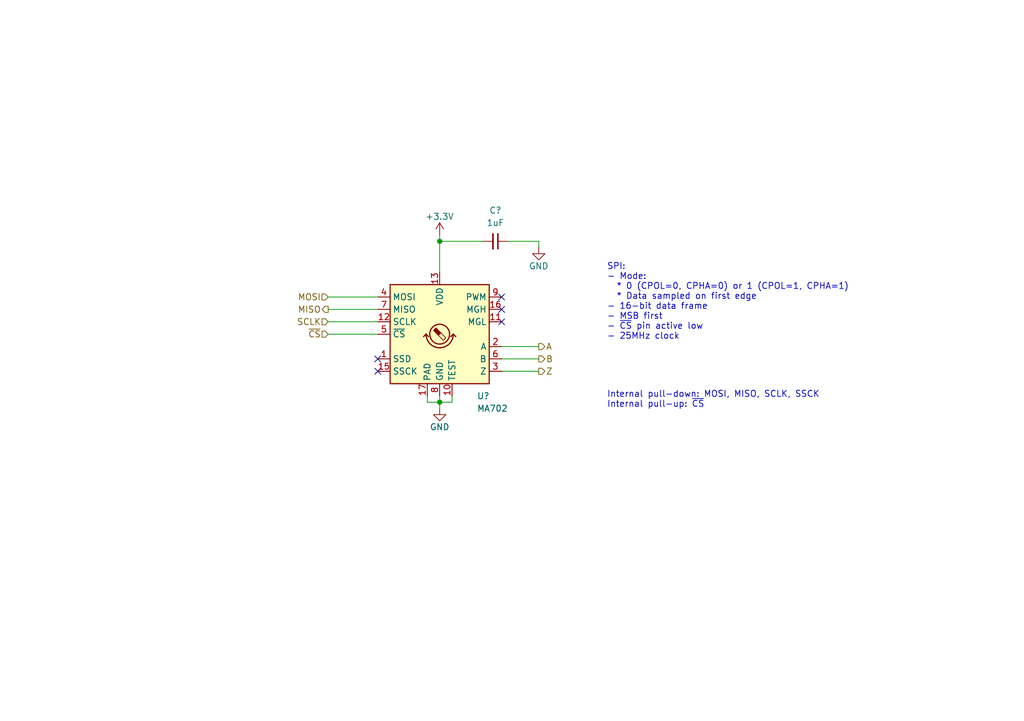
<source format=kicad_sch>
(kicad_sch (version 20230121) (generator eeschema)
  (paper "A5")
  (lib_symbols
    (symbol "Device:C_Small" (pin_numbers hide) (pin_names (offset 0.254) hide)
      (property "Reference" "C" (at 0.254 1.778 0))
      (property "Value" "C_Small" (at 0.254 -2.032 0))
      (symbol "C_Small_0_1"
        (polyline (pts (xy -1.524 -0.508) (xy 1.524 -0.508)) (stroke (width 0.3302)))
        (polyline (pts (xy -1.524 0.508) (xy 1.524 0.508)) (stroke (width 0.3048)))
      )
      (symbol "C_Small_1_1"
        (pin passive line (at 0 2.54 270) (length 2.032) (name "~") (number "1"))
        (pin passive line (at 0 -2.54 90) (length 2.032) (name "~") (number "2"))
      )
    )
    (symbol "Sensor_Magnetic:MA730"
      (property "Reference" "U" (at -10.16 11.43 0))
      (property "Value" "MA730" (at 10.16 11.43 0))
      (symbol "MA730_0_1"
        (rectangle (start -10.16 10.16) (end 10.16 -10.16) (stroke (width 0.254)) (fill (type background)))
        (arc (start -2.794 0) (mid 0 -2.7819) (end 2.794 0) (stroke (width 0.254)))
        (polyline (pts (xy -2.794 0) (xy -3.302 -0.508)) (stroke (width 0.254)))
        (polyline (pts (xy -2.794 0) (xy -2.286 -0.508)) (stroke (width 0.254)))
        (polyline (pts (xy 2.794 0) (xy 2.286 -0.508)) (stroke (width 0.254)))
        (polyline (pts (xy 2.794 0) (xy 3.302 -0.508)) (stroke (width 0.254)))
      )
      (symbol "MA730_1_1"
        (polyline (pts (xy 0.254 0.254) (xy 1.27 -0.762) (xy 0.762 -1.27) (xy -0.254 -0.254)))
        (polyline (pts (xy -0.762 1.27) (xy 0.254 0.254) (xy -0.254 -0.254) (xy -1.27 0.762) (xy -1.016 1.016) (xy -0.762 1.27) (xy -0.635 1.143)) (fill (type outline)))
        (circle (center 0 0) (radius 2.032) (stroke (width 0.254)))
        (pin output line (at -12.7 -5.08 0) (length 2.54) (name "SSD") (number "1"))
        (pin passive line (at 2.54 -12.7 90) (length 2.54) (name "TEST") (number "10"))
        (pin output line (at 12.7 2.54 180) (length 2.54) (name "MGL") (number "11"))
        (pin input line (at -12.7 2.54 0) (length 2.54) (name "SCLK") (number "12"))
        (pin power_in line (at 0 12.7 270) (length 2.54) (name "VDD") (number "13"))
        (pin no_connect line (at 5.08 -10.16 90) (length 2.54) hide (name "NC") (number "14"))
        (pin input line (at -12.7 -7.62 0) (length 2.54) (name "SSCK") (number "15"))
        (pin output line (at 12.7 5.08 180) (length 2.54) (name "MGH") (number "16"))
        (pin input line (at -2.54 -12.7 90) (length 2.54) (name "PAD") (number "17"))
        (pin output line (at 12.7 -2.54 180) (length 2.54) (name "A") (number "2"))
        (pin output line (at 12.7 -7.62 180) (length 2.54) (name "Z") (number "3"))
        (pin input line (at -12.7 7.62 0) (length 2.54) (name "MOSI") (number "4"))
        (pin input line (at -12.7 0 0) (length 2.54) (name "~{CS}") (number "5"))
        (pin output line (at 12.7 -5.08 180) (length 2.54) (name "B") (number "6"))
        (pin output line (at -12.7 5.08 0) (length 2.54) (name "MISO") (number "7"))
        (pin power_in line (at 0 -12.7 90) (length 2.54) (name "GND") (number "8"))
        (pin output line (at 12.7 7.62 180) (length 2.54) (name "PWM") (number "9"))
      )
    )
    (symbol "power:+3.3V" (power) (pin_names (offset 0))
      (property "Value" "+3.3V" (at 0 3.556 0))
      (symbol "+3.3V_0_1"
        (polyline (pts (xy -0.762 1.27) (xy 0 2.54)))
        (polyline (pts (xy 0 0) (xy 0 2.54)))
        (polyline (pts (xy 0 2.54) (xy 0.762 1.27)))
      )
      (symbol "+3.3V_1_1"
        (pin power_in line (at 0 0 90) (length 0) hide (name "+3.3V") (number "1"))
      )
    )
    (symbol "power:GND" (power) (pin_names (offset 0))
      (property "Value" "GND" (at 0 -3.81 0))
      (symbol "GND_0_1"
        (polyline (pts (xy 0 0) (xy 0 -1.27) (xy 1.27 -1.27) (xy 0 -2.54) (xy -1.27 -1.27) (xy 0 -1.27)))
      )
      (symbol "GND_1_1"
        (pin power_in line (at 0 0 270) (length 0) hide (name "GND") (number "1"))
      )
    )
  )
  (junction (at 90.17 49.53))
  (junction (at 90.17 82.55))
  (no_connect (at 102.87 63.5))
  (no_connect (at 77.47 73.66))
  (no_connect (at 102.87 66.04))
  (no_connect (at 77.47 76.2))
  (no_connect (at 102.87 60.96))
  (wire (pts (xy 92.71 81.28) (xy 92.71 82.55)))
  (wire (pts (xy 110.49 49.53) (xy 104.14 49.53)))
  (wire (pts (xy 67.31 68.58) (xy 77.47 68.58)))
  (wire (pts (xy 92.71 82.55) (xy 90.17 82.55)))
  (wire (pts (xy 67.31 66.04) (xy 77.47 66.04)))
  (wire (pts (xy 102.87 73.66) (xy 110.49 73.66)))
  (wire (pts (xy 110.49 71.12) (xy 102.87 71.12)))
  (wire (pts (xy 102.87 76.2) (xy 110.49 76.2)))
  (wire (pts (xy 110.49 50.8) (xy 110.49 49.53)))
  (wire (pts (xy 90.17 82.55) (xy 90.17 83.82)))
  (wire (pts (xy 90.17 49.53) (xy 99.06 49.53)))
  (wire (pts (xy 67.31 60.96) (xy 77.47 60.96)))
  (wire (pts (xy 90.17 81.28) (xy 90.17 82.55)))
  (wire (pts (xy 67.31 63.5) (xy 77.47 63.5)))
  (wire (pts (xy 87.63 82.55) (xy 90.17 82.55)))
  (wire (pts (xy 90.17 49.53) (xy 90.17 55.88)))
  (wire (pts (xy 90.17 48.26) (xy 90.17 49.53)))
  (wire (pts (xy 87.63 81.28) (xy 87.63 82.55)))
  (text "Internal pull-down: MOSI, MISO, SCLK, SSCK\nInternal pull-up: ~{CS}" (at 124.46 83.82 0) (effects (font (size 1.27 1.27)) (justify left bottom)))
  (text "SPI:\n- Mode:\n  * 0 (CPOL=0, CPHA=0) or 1 (CPOL=1, CPHA=1)\n  * Data sampled on first edge\n- 16-bit data frame\n- MSB first\n- ~{CS} pin active low\n- 25MHz clock" (at 124.46 69.85 0) (effects (font (size 1.27 1.27)) (justify left bottom)))
  (hierarchical_label "SCLK" (shape input) (at 67.31 66.04 180))
  (hierarchical_label "~{CS}" (shape input) (at 67.31 68.58 180))
  (hierarchical_label "Z" (shape output) (at 110.49 76.2 0))
  (hierarchical_label "MISO" (shape output) (at 67.31 63.5 180))
  (hierarchical_label "A" (shape output) (at 110.49 71.12 0))
  (hierarchical_label "MOSI" (shape input) (at 67.31 60.96 180))
  (hierarchical_label "B" (shape output) (at 110.49 73.66 0))
  (symbol (lib_id "power:GND") (at 90.17 83.82 0) (unit 1)
    (property "Reference" "#PWR?" (effects hide))
    (property "Value" "GND" (at 90.17 87.63 0))
    (instances (project "moco-rd321" (path "" (reference "#PWR?") (unit 1))) (project "moco-pg4" (path "" (reference "#PWR050") (unit 1))))
  )
  (symbol (lib_id "Device:C_Small") (at 101.6 49.53 270) (mirror x) (unit 1)
    (property "Reference" "C?" (at 101.6 43.18 90))
    (property "Value" "1uF" (at 101.6 45.72 90))
    (property "Footprint" "Capacitor_SMD:C_0402_1005Metric_Pad0.74x0.62mm_HandSolder" (effects hide))
    (property "LCSC" "C52923" (effects hide))
    (property "MFR. Part#" "CL05A105KA5NQNC" (effects hide))
    (instances (project "moco-rd321" (path "" (reference "C?") (unit 1)) (path "" (reference "C?") (unit 1)) (path "" (reference "C?") (unit 1))) (project "moco-pg4" (path "" (reference "C36") (unit 1))))
  )
  (symbol (lib_id "Sensor_Magnetic:MA730") (at 90.17 68.58 0) (unit 1)
    (property "Reference" "U?" (at 97.79 81.28 0) (effects (justify left)))
    (property "Value" "MA702" (at 97.79 83.82 0) (effects (justify left)))
    (property "Footprint" "Package_DFN_QFN:QFN-16-1EP_3x3mm_P0.5mm_EP1.75x1.75mm" (effects hide))
    (property "Datasheet" "https://www.monolithicpower.com/pub/media/document/m/a/ma730_r1.01.pdf" (effects hide))
    (property "MFR. Part#" "MA702GQ-Z " (effects hide))
    (instances (project "moco-rd321" (path "" (reference "U?") (unit 1)) (path "" (reference "U?") (unit 1))) (project "moco-pg4" (path "" (reference "U3") (unit 1))))
  )
  (symbol (lib_id "power:GND") (at 110.49 50.8 0) (unit 1)
    (property "Reference" "#PWR?" (effects hide))
    (property "Value" "GND" (at 110.49 54.61 0))
    (instances (project "moco-rd321" (path "" (reference "#PWR?") (unit 1))) (project "moco-pg4" (path "" (reference "#PWR049") (unit 1))))
  )
  (symbol (lib_id "power:+3.3V") (at 90.17 48.26 0) (unit 1)
    (property "Reference" "#PWR?" (effects hide))
    (property "Value" "+3.3V" (at 90.17 44.45 0))
    (instances (project "moco-rd321" (path "" (reference "#PWR?") (unit 1))) (project "moco-pg4" (path "" (reference "#PWR048") (unit 1))))
  )
)
</source>
